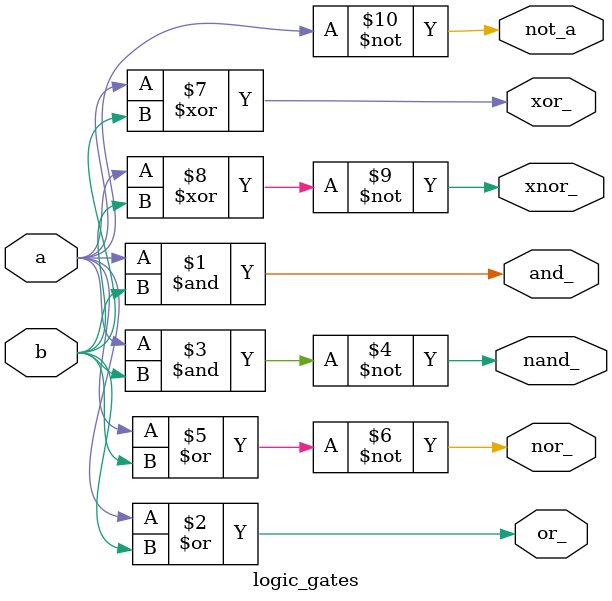
<source format=v>
module logic_gates(
    input a,b,
    output and_,or_,not_a,nand_,nor_,xor_,xnor_
);

and(and_,a,b);
or(or_,a,b);
not(not_a,a);
nand(nand_,a,b);
nor(nor_,a,b);
xor(xor_,a,b);
xnor(xnor_,a,b);



endmodule
</source>
